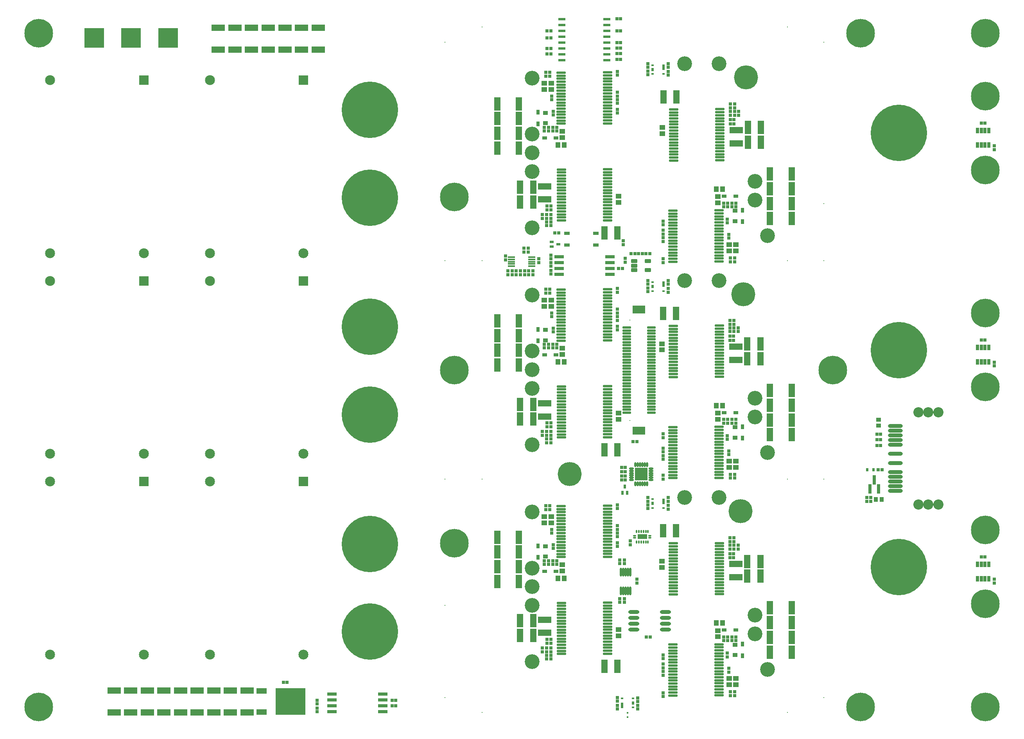
<source format=gts>
G04*
G04 #@! TF.GenerationSoftware,Altium Limited,Altium Designer,24.9.1 (31)*
G04*
G04 Layer_Color=8388736*
%FSLAX44Y44*%
%MOMM*%
G71*
G04*
G04 #@! TF.SameCoordinates,25B5EA7A-0A89-4A72-9C9E-8463CCD4450D*
G04*
G04*
G04 #@! TF.FilePolarity,Negative*
G04*
G01*
G75*
%ADD21R,0.6000X0.8000*%
%ADD24R,0.4500X0.4500*%
%ADD31R,1.2000X0.8000*%
%ADD40R,1.6500X0.6000*%
%ADD47R,0.5000X0.4000*%
%ADD48R,0.5000X0.7500*%
%ADD49R,0.5000X1.3000*%
%ADD53R,0.8032X2.1032*%
%ADD54R,0.9032X1.0532*%
%ADD55R,0.6532X0.6532*%
%ADD56R,0.6532X0.6532*%
%ADD57R,1.0532X0.9032*%
%ADD58O,3.2032X0.8032*%
%ADD59O,2.4032X0.8032*%
%ADD60R,0.6032X0.9532*%
%ADD61R,0.9532X0.6032*%
%ADD62O,1.5500X0.4000*%
%ADD63R,2.0032X0.8032*%
%ADD64R,1.4532X2.9032*%
%ADD65R,0.8032X1.0032*%
%ADD66R,1.0332X0.8332*%
%ADD67R,1.0032X0.8032*%
%ADD68R,2.9032X1.4532*%
%ADD69R,1.1532X1.0032*%
%ADD70R,1.0032X1.1532*%
G04:AMPARAMS|DCode=71|XSize=0.8532mm|YSize=1.4032mm|CornerRadius=0.1504mm|HoleSize=0mm|Usage=FLASHONLY|Rotation=90.000|XOffset=0mm|YOffset=0mm|HoleType=Round|Shape=RoundedRectangle|*
%AMROUNDEDRECTD71*
21,1,0.8532,1.1025,0,0,90.0*
21,1,0.5525,1.4032,0,0,90.0*
1,1,0.3007,0.5513,0.2763*
1,1,0.3007,0.5513,-0.2763*
1,1,0.3007,-0.5513,-0.2763*
1,1,0.3007,-0.5513,0.2763*
%
%ADD71ROUNDEDRECTD71*%
%ADD72O,0.5032X1.9032*%
G04:AMPARAMS|DCode=73|XSize=0.35mm|YSize=0.7mm|CornerRadius=0.1125mm|HoleSize=0mm|Usage=FLASHONLY|Rotation=180.000|XOffset=0mm|YOffset=0mm|HoleType=Round|Shape=RoundedRectangle|*
%AMROUNDEDRECTD73*
21,1,0.3500,0.4750,0,0,180.0*
21,1,0.1250,0.7000,0,0,180.0*
1,1,0.2250,-0.0625,0.2375*
1,1,0.2250,0.0625,0.2375*
1,1,0.2250,0.0625,-0.2375*
1,1,0.2250,-0.0625,-0.2375*
%
%ADD73ROUNDEDRECTD73*%
G04:AMPARAMS|DCode=74|XSize=0.35mm|YSize=0.7mm|CornerRadius=0.1125mm|HoleSize=0mm|Usage=FLASHONLY|Rotation=270.000|XOffset=0mm|YOffset=0mm|HoleType=Round|Shape=RoundedRectangle|*
%AMROUNDEDRECTD74*
21,1,0.3500,0.4750,0,0,270.0*
21,1,0.1250,0.7000,0,0,270.0*
1,1,0.2250,-0.2375,-0.0625*
1,1,0.2250,-0.2375,0.0625*
1,1,0.2250,0.2375,0.0625*
1,1,0.2250,0.2375,-0.0625*
%
%ADD74ROUNDEDRECTD74*%
%ADD75R,2.1000X1.1000*%
%ADD76O,0.4432X1.1032*%
%ADD77O,1.1032X0.4432*%
%ADD78R,2.7032X2.7032*%
G04:AMPARAMS|DCode=79|XSize=0.55mm|YSize=2mm|CornerRadius=0.1625mm|HoleSize=0mm|Usage=FLASHONLY|Rotation=90.000|XOffset=0mm|YOffset=0mm|HoleType=Round|Shape=RoundedRectangle|*
%AMROUNDEDRECTD79*
21,1,0.5500,1.6750,0,0,90.0*
21,1,0.2250,2.0000,0,0,90.0*
1,1,0.3250,0.8375,0.1125*
1,1,0.3250,0.8375,-0.1125*
1,1,0.3250,-0.8375,-0.1125*
1,1,0.3250,-0.8375,0.1125*
%
%ADD79ROUNDEDRECTD79*%
G04:AMPARAMS|DCode=80|XSize=0.45mm|YSize=1.9mm|CornerRadius=0.1375mm|HoleSize=0mm|Usage=FLASHONLY|Rotation=90.000|XOffset=0mm|YOffset=0mm|HoleType=Round|Shape=RoundedRectangle|*
%AMROUNDEDRECTD80*
21,1,0.4500,1.6250,0,0,90.0*
21,1,0.1750,1.9000,0,0,90.0*
1,1,0.2750,0.8125,0.0875*
1,1,0.2750,0.8125,-0.0875*
1,1,0.2750,-0.8125,-0.0875*
1,1,0.2750,-0.8125,0.0875*
%
%ADD80ROUNDEDRECTD80*%
%ADD81R,2.7000X1.7000*%
%ADD82R,2.2000X1.2000*%
%ADD83R,6.4000X5.8000*%
%ADD84C,5.2032*%
%ADD85R,0.7032X1.2032*%
%ADD86C,2.2032*%
%ADD87C,0.2032*%
%ADD88R,4.2032X4.2032*%
%ADD89C,6.2032*%
%ADD90C,12.2032*%
%ADD91C,3.2032*%
%ADD92R,2.1500X2.1500*%
%ADD93C,2.1500*%
D21*
X508000Y-216000D02*
D03*
X494000D02*
D03*
D24*
X-25000Y-751500D02*
D03*
Y-742500D02*
D03*
D31*
X-93500Y296700D02*
D03*
Y271300D02*
D03*
X-156500D02*
D03*
Y296700D02*
D03*
D40*
X-167000Y760800D02*
D03*
Y748100D02*
D03*
Y735400D02*
D03*
Y722700D02*
D03*
Y710000D02*
D03*
Y697300D02*
D03*
Y684600D02*
D03*
Y671900D02*
D03*
X-69500D02*
D03*
Y684600D02*
D03*
Y697300D02*
D03*
Y710000D02*
D03*
Y722700D02*
D03*
Y735400D02*
D03*
Y748100D02*
D03*
Y760800D02*
D03*
D47*
X-13000Y-730500D02*
D03*
Y-711500D02*
D03*
X-37000D02*
D03*
X29000Y660500D02*
D03*
Y641500D02*
D03*
X53000D02*
D03*
X29000Y190500D02*
D03*
Y171500D02*
D03*
X53000D02*
D03*
Y-298500D02*
D03*
X29000D02*
D03*
Y-279500D02*
D03*
D48*
X-13000Y-721000D02*
D03*
X29000Y651000D02*
D03*
Y181000D02*
D03*
Y-289000D02*
D03*
D49*
X-37000Y-726000D02*
D03*
X53000Y656000D02*
D03*
Y186000D02*
D03*
Y-284000D02*
D03*
D53*
X509400Y-237800D02*
D03*
X519000Y-257000D02*
D03*
X499800D02*
D03*
D54*
X512750Y-280000D02*
D03*
X525250D02*
D03*
D55*
X769000Y478000D02*
D03*
Y486000D02*
D03*
Y9000D02*
D03*
Y17000D02*
D03*
X769000Y-461000D02*
D03*
Y-453000D02*
D03*
X493000Y-284000D02*
D03*
Y-276000D02*
D03*
X502000Y-276000D02*
D03*
Y-284000D02*
D03*
X-230000Y207000D02*
D03*
Y215000D02*
D03*
X-239000Y215000D02*
D03*
Y207000D02*
D03*
X-266000Y207000D02*
D03*
Y215000D02*
D03*
X-275000Y215000D02*
D03*
Y207000D02*
D03*
X-248000Y207000D02*
D03*
Y215000D02*
D03*
X-257000Y215000D02*
D03*
Y207000D02*
D03*
X-289000Y239000D02*
D03*
Y247000D02*
D03*
X-217000Y241000D02*
D03*
Y233000D02*
D03*
X-249000Y256000D02*
D03*
Y264000D02*
D03*
X-191000Y249000D02*
D03*
Y241000D02*
D03*
X-240000Y256000D02*
D03*
Y264000D02*
D03*
X-284000Y207000D02*
D03*
Y215000D02*
D03*
X-34000Y272000D02*
D03*
Y280000D02*
D03*
X-30000Y242000D02*
D03*
Y234000D02*
D03*
X-191000Y216000D02*
D03*
Y208000D02*
D03*
Y233000D02*
D03*
Y225000D02*
D03*
X-200250Y313000D02*
D03*
Y321000D02*
D03*
Y337000D02*
D03*
Y329000D02*
D03*
X-209250Y337000D02*
D03*
Y329000D02*
D03*
X-178000Y518000D02*
D03*
Y526000D02*
D03*
X-196000D02*
D03*
Y518000D02*
D03*
X-191250Y321000D02*
D03*
Y313000D02*
D03*
Y329000D02*
D03*
Y337000D02*
D03*
X-202000Y645000D02*
D03*
Y637000D02*
D03*
X-193000Y645000D02*
D03*
Y637000D02*
D03*
X-189000Y594000D02*
D03*
Y586000D02*
D03*
X-186000Y553000D02*
D03*
Y561000D02*
D03*
X-187000Y518000D02*
D03*
Y526000D02*
D03*
X-205000Y518000D02*
D03*
Y526000D02*
D03*
X-200250Y-157000D02*
D03*
Y-149000D02*
D03*
Y-133000D02*
D03*
Y-141000D02*
D03*
X-209250Y-133000D02*
D03*
Y-141000D02*
D03*
X-178000Y48000D02*
D03*
Y56000D02*
D03*
X-196000Y48000D02*
D03*
Y56000D02*
D03*
X-191250Y-149000D02*
D03*
Y-157000D02*
D03*
Y-141000D02*
D03*
Y-133000D02*
D03*
X-202000Y175000D02*
D03*
Y167000D02*
D03*
X-193000Y175000D02*
D03*
Y167000D02*
D03*
X-189000Y124000D02*
D03*
Y116000D02*
D03*
X-186000Y83000D02*
D03*
Y91000D02*
D03*
X-187000Y48000D02*
D03*
Y56000D02*
D03*
X-205000Y48000D02*
D03*
Y56000D02*
D03*
X-47000Y565000D02*
D03*
Y557000D02*
D03*
Y95000D02*
D03*
Y87000D02*
D03*
Y-374000D02*
D03*
Y-382000D02*
D03*
X52000Y315000D02*
D03*
Y323000D02*
D03*
Y-146000D02*
D03*
Y-138000D02*
D03*
Y-625000D02*
D03*
Y-617000D02*
D03*
X-47000Y594000D02*
D03*
Y602000D02*
D03*
Y124000D02*
D03*
Y132000D02*
D03*
Y-345000D02*
D03*
Y-337000D02*
D03*
X52000Y287000D02*
D03*
Y279000D02*
D03*
Y-185000D02*
D03*
Y-193000D02*
D03*
Y-653000D02*
D03*
Y-661000D02*
D03*
X-3000Y-726000D02*
D03*
Y-734000D02*
D03*
X19000Y656000D02*
D03*
Y664000D02*
D03*
Y186000D02*
D03*
Y194000D02*
D03*
Y-276000D02*
D03*
Y-284000D02*
D03*
X-47000Y-734000D02*
D03*
Y-726000D02*
D03*
X63000Y664000D02*
D03*
Y656000D02*
D03*
Y194000D02*
D03*
Y186000D02*
D03*
Y-284000D02*
D03*
Y-276000D02*
D03*
X206750Y576498D02*
D03*
Y568498D02*
D03*
X205750Y107498D02*
D03*
Y99498D02*
D03*
X-200250Y-626000D02*
D03*
Y-618000D02*
D03*
X205750Y-371502D02*
D03*
Y-363502D02*
D03*
X206750Y552498D02*
D03*
Y560498D02*
D03*
X205750Y83498D02*
D03*
Y91498D02*
D03*
X-200250Y-602000D02*
D03*
Y-610000D02*
D03*
X205750Y-379502D02*
D03*
Y-387502D02*
D03*
X215750Y552498D02*
D03*
Y560498D02*
D03*
X214750Y83498D02*
D03*
Y91498D02*
D03*
X-209250Y-602000D02*
D03*
Y-610000D02*
D03*
X214750Y-379502D02*
D03*
Y-387502D02*
D03*
X-178000Y-421000D02*
D03*
Y-413000D02*
D03*
X183000Y362000D02*
D03*
Y354000D02*
D03*
Y-107000D02*
D03*
Y-115000D02*
D03*
Y-578000D02*
D03*
Y-586000D02*
D03*
X-196000Y-413000D02*
D03*
Y-421000D02*
D03*
X201000Y354000D02*
D03*
Y362000D02*
D03*
Y-107000D02*
D03*
Y-115000D02*
D03*
Y-578000D02*
D03*
Y-586000D02*
D03*
X-5000Y-461000D02*
D03*
Y-453000D02*
D03*
X-19000Y-370000D02*
D03*
Y-378000D02*
D03*
X-32000Y-495000D02*
D03*
Y-503000D02*
D03*
X-42000Y-495000D02*
D03*
Y-503000D02*
D03*
Y-419000D02*
D03*
Y-411000D02*
D03*
X-32000D02*
D03*
Y-419000D02*
D03*
X-3000Y-710000D02*
D03*
Y-718000D02*
D03*
X19000Y640000D02*
D03*
Y648000D02*
D03*
Y170000D02*
D03*
Y178000D02*
D03*
Y-292000D02*
D03*
Y-300000D02*
D03*
X-47000Y-709000D02*
D03*
Y-717000D02*
D03*
X63000Y639000D02*
D03*
Y647000D02*
D03*
Y169000D02*
D03*
Y177000D02*
D03*
Y-293000D02*
D03*
Y-301000D02*
D03*
X197750Y568498D02*
D03*
Y576498D02*
D03*
X196750Y99498D02*
D03*
Y107498D02*
D03*
X-191250Y-618000D02*
D03*
Y-626000D02*
D03*
X196750Y-363502D02*
D03*
Y-371502D02*
D03*
X197750Y560498D02*
D03*
Y552498D02*
D03*
X196750Y91498D02*
D03*
Y83498D02*
D03*
X-191250Y-610000D02*
D03*
Y-602000D02*
D03*
X196750Y-387502D02*
D03*
Y-379502D02*
D03*
X-202000Y-294000D02*
D03*
Y-302000D02*
D03*
X207000Y235000D02*
D03*
Y243000D02*
D03*
Y-234000D02*
D03*
Y-226000D02*
D03*
Y-705000D02*
D03*
Y-697000D02*
D03*
X-193000Y-294000D02*
D03*
Y-302000D02*
D03*
X198000Y235000D02*
D03*
Y243000D02*
D03*
Y-234000D02*
D03*
Y-226000D02*
D03*
Y-705000D02*
D03*
Y-697000D02*
D03*
X-47000Y639000D02*
D03*
Y647000D02*
D03*
Y177000D02*
D03*
Y169000D02*
D03*
Y-300000D02*
D03*
Y-292000D02*
D03*
X52000Y241000D02*
D03*
Y233000D02*
D03*
Y-236000D02*
D03*
Y-228000D02*
D03*
Y-707000D02*
D03*
Y-699000D02*
D03*
X-47000Y586000D02*
D03*
Y578000D02*
D03*
Y108000D02*
D03*
Y116000D02*
D03*
Y-353000D02*
D03*
Y-361000D02*
D03*
X52000Y295000D02*
D03*
Y303000D02*
D03*
Y-169000D02*
D03*
Y-177000D02*
D03*
Y-637000D02*
D03*
Y-645000D02*
D03*
X-189000Y-345000D02*
D03*
Y-353000D02*
D03*
X194000Y286000D02*
D03*
Y294000D02*
D03*
Y-183000D02*
D03*
Y-175000D02*
D03*
Y-654000D02*
D03*
Y-646000D02*
D03*
X-186000Y-386000D02*
D03*
Y-378000D02*
D03*
X191000Y327000D02*
D03*
Y319000D02*
D03*
Y-142000D02*
D03*
Y-150000D02*
D03*
Y-613000D02*
D03*
Y-621000D02*
D03*
X-187000Y-421000D02*
D03*
Y-413000D02*
D03*
X192000Y362000D02*
D03*
Y354000D02*
D03*
Y-107000D02*
D03*
Y-115000D02*
D03*
Y-578000D02*
D03*
Y-586000D02*
D03*
X-205000Y-421000D02*
D03*
Y-413000D02*
D03*
X210000Y362000D02*
D03*
Y354000D02*
D03*
Y-107000D02*
D03*
Y-115000D02*
D03*
Y-578000D02*
D03*
Y-586000D02*
D03*
X-697000Y-732000D02*
D03*
Y-740000D02*
D03*
Y-723000D02*
D03*
Y-715000D02*
D03*
D56*
X526000Y-216000D02*
D03*
X518000D02*
D03*
X515000Y-139000D02*
D03*
X523000D02*
D03*
X741000Y-405000D02*
D03*
X749000D02*
D03*
X515000Y-151000D02*
D03*
X523000D02*
D03*
X741000Y65000D02*
D03*
X749000D02*
D03*
X515000Y-163000D02*
D03*
X523000D02*
D03*
X741000Y535000D02*
D03*
X749000D02*
D03*
X24000Y-578000D02*
D03*
X16000D02*
D03*
X-36000Y220000D02*
D03*
X-44000D02*
D03*
X-182000Y297000D02*
D03*
X-174000D02*
D03*
X-191250Y347000D02*
D03*
X-199250D02*
D03*
X-191250Y356000D02*
D03*
X-199250D02*
D03*
X-191250Y-123000D02*
D03*
X-199250D02*
D03*
X-191250Y-114000D02*
D03*
X-199250D02*
D03*
X-9000Y252000D02*
D03*
X-17000D02*
D03*
X7000D02*
D03*
X-1000D02*
D03*
X15000D02*
D03*
X23000D02*
D03*
X-40000Y673000D02*
D03*
X-48000D02*
D03*
X-40000Y698000D02*
D03*
X-48000D02*
D03*
X-191000Y685000D02*
D03*
X-199000D02*
D03*
X-48000Y735000D02*
D03*
X-40000D02*
D03*
X-38000Y-211000D02*
D03*
X-30000D02*
D03*
X-38000Y-238000D02*
D03*
X-30000D02*
D03*
X-38000Y-229000D02*
D03*
X-30000D02*
D03*
X197750Y542498D02*
D03*
X205750D02*
D03*
X196750Y73498D02*
D03*
X204750D02*
D03*
X-191250Y-592000D02*
D03*
X-199250D02*
D03*
X204750Y-397502D02*
D03*
X196750D02*
D03*
X197750Y533498D02*
D03*
X205750D02*
D03*
X196750Y64498D02*
D03*
X204750D02*
D03*
X-191250Y-583000D02*
D03*
X-199250D02*
D03*
X204750Y-406502D02*
D03*
X196750D02*
D03*
X-5000Y-155000D02*
D03*
X-13000D02*
D03*
X-199000Y697000D02*
D03*
X-191000D02*
D03*
X-40000Y686000D02*
D03*
X-48000D02*
D03*
X-199000Y720000D02*
D03*
X-191000D02*
D03*
X-48000Y710000D02*
D03*
X-40000D02*
D03*
X-48000Y761000D02*
D03*
X-40000D02*
D03*
X-199000Y735000D02*
D03*
X-191000D02*
D03*
X-30000Y-220000D02*
D03*
X-38000D02*
D03*
X-527000Y-715000D02*
D03*
X-535000D02*
D03*
X-770000Y-676000D02*
D03*
X-762000D02*
D03*
X-527000Y-727000D02*
D03*
X-535000D02*
D03*
D57*
X519000Y-120250D02*
D03*
Y-107750D02*
D03*
D58*
X555000Y-131300D02*
D03*
Y-151300D02*
D03*
Y-231300D02*
D03*
Y-251300D02*
D03*
Y-121300D02*
D03*
Y-141300D02*
D03*
Y-161300D02*
D03*
Y-181300D02*
D03*
Y-201300D02*
D03*
Y-221300D02*
D03*
Y-241300D02*
D03*
Y-261300D02*
D03*
D59*
X57000Y-562050D02*
D03*
Y-549350D02*
D03*
Y-536650D02*
D03*
Y-523950D02*
D03*
X-11000Y-562050D02*
D03*
Y-549350D02*
D03*
Y-536650D02*
D03*
Y-523950D02*
D03*
D60*
X-31000Y-252000D02*
D03*
X-26000Y-266000D02*
D03*
X-36000D02*
D03*
D61*
X-175000Y273000D02*
D03*
X-189000Y268000D02*
D03*
Y278000D02*
D03*
D62*
X-232000Y245000D02*
D03*
Y240000D02*
D03*
Y235000D02*
D03*
Y230000D02*
D03*
Y225000D02*
D03*
X-276000D02*
D03*
Y230000D02*
D03*
Y235000D02*
D03*
Y240000D02*
D03*
Y245000D02*
D03*
D63*
X-63000Y207950D02*
D03*
X-173000D02*
D03*
Y220650D02*
D03*
X-63000D02*
D03*
Y233350D02*
D03*
Y246050D02*
D03*
X-173000D02*
D03*
Y233350D02*
D03*
X-555000Y-740050D02*
D03*
X-665000D02*
D03*
Y-727350D02*
D03*
X-555000D02*
D03*
Y-714650D02*
D03*
Y-701950D02*
D03*
X-665000D02*
D03*
Y-714650D02*
D03*
D64*
X-260000Y577000D02*
D03*
X-307000D02*
D03*
Y481000D02*
D03*
X-260000D02*
D03*
X-307000Y513000D02*
D03*
X-260000D02*
D03*
Y545000D02*
D03*
X-307000D02*
D03*
X-229000Y396000D02*
D03*
X-257500D02*
D03*
X-257500Y364000D02*
D03*
X-229000D02*
D03*
X-260000Y107000D02*
D03*
X-307000D02*
D03*
Y11000D02*
D03*
X-260000D02*
D03*
X-307000Y43000D02*
D03*
X-260000D02*
D03*
Y75000D02*
D03*
X-307000D02*
D03*
X-229000Y-74000D02*
D03*
X-257500D02*
D03*
X-257500Y-106000D02*
D03*
X-229000D02*
D03*
X-260000Y-362000D02*
D03*
X-307000D02*
D03*
X283500Y329000D02*
D03*
X330500D02*
D03*
X283500Y-140000D02*
D03*
X330500D02*
D03*
X283500Y-611000D02*
D03*
X330500D02*
D03*
X-307000Y-458000D02*
D03*
X-260000D02*
D03*
X330500Y425000D02*
D03*
X283500D02*
D03*
X330500Y-44000D02*
D03*
X283500D02*
D03*
X330500Y-515000D02*
D03*
X283500D02*
D03*
X-307000Y-426000D02*
D03*
X-260000D02*
D03*
X330500Y393000D02*
D03*
X283500D02*
D03*
X330500Y-76000D02*
D03*
X283500D02*
D03*
X330500Y-547000D02*
D03*
X283500D02*
D03*
X-260000Y-394000D02*
D03*
X-307000D02*
D03*
X283500Y361000D02*
D03*
X330500D02*
D03*
X283500Y-108000D02*
D03*
X330500D02*
D03*
X283500Y-579000D02*
D03*
X330500D02*
D03*
X235500Y493498D02*
D03*
X264000D02*
D03*
X234500Y24498D02*
D03*
X263000D02*
D03*
X-229000Y-543000D02*
D03*
X-257500D02*
D03*
X234500Y-446502D02*
D03*
X263000D02*
D03*
X-46750Y297000D02*
D03*
X-75250D02*
D03*
X52750Y592000D02*
D03*
X81250D02*
D03*
X-46750Y-173000D02*
D03*
X-75250D02*
D03*
X51750Y123000D02*
D03*
X80250D02*
D03*
X-46750Y-642000D02*
D03*
X-75250D02*
D03*
X51750Y-348000D02*
D03*
X80250D02*
D03*
X264000Y525498D02*
D03*
X235500D02*
D03*
X263000Y56498D02*
D03*
X234500D02*
D03*
X-257500Y-575000D02*
D03*
X-229000D02*
D03*
X263000Y-414502D02*
D03*
X234500D02*
D03*
D65*
X-219000Y558500D02*
D03*
Y533500D02*
D03*
Y63500D02*
D03*
Y88500D02*
D03*
Y-380500D02*
D03*
Y-405500D02*
D03*
X224000Y321500D02*
D03*
Y346500D02*
D03*
Y-122500D02*
D03*
Y-147500D02*
D03*
Y-593500D02*
D03*
Y-618500D02*
D03*
D66*
X-203000Y534850D02*
D03*
Y557150D02*
D03*
Y64850D02*
D03*
Y87150D02*
D03*
Y-404150D02*
D03*
Y-381850D02*
D03*
X208000Y345150D02*
D03*
Y322850D02*
D03*
Y-123850D02*
D03*
Y-146150D02*
D03*
Y-594850D02*
D03*
Y-617150D02*
D03*
D67*
X-179500Y503000D02*
D03*
X-204500D02*
D03*
X-179500Y33000D02*
D03*
X-204500D02*
D03*
X-179500Y-436000D02*
D03*
X-204500D02*
D03*
X184500Y377000D02*
D03*
X209500D02*
D03*
Y-92000D02*
D03*
X184500D02*
D03*
X209500Y-563000D02*
D03*
X184500D02*
D03*
D68*
X-204250Y398250D02*
D03*
Y369750D02*
D03*
Y-71750D02*
D03*
Y-100250D02*
D03*
X210750Y491248D02*
D03*
Y519748D02*
D03*
X209750Y22248D02*
D03*
Y50748D02*
D03*
X-204250Y-540750D02*
D03*
Y-569250D02*
D03*
X209750Y-448752D02*
D03*
Y-420252D02*
D03*
X-1137000Y-741500D02*
D03*
Y-694500D02*
D03*
X-1101000Y-741500D02*
D03*
Y-694500D02*
D03*
X-921000Y-741500D02*
D03*
Y-694500D02*
D03*
X-957000D02*
D03*
Y-741500D02*
D03*
X-993000D02*
D03*
Y-694500D02*
D03*
X-1029000D02*
D03*
Y-741500D02*
D03*
X-1065000D02*
D03*
Y-694500D02*
D03*
X-849000Y-741500D02*
D03*
Y-694500D02*
D03*
X-885000D02*
D03*
Y-741500D02*
D03*
X-695000Y741500D02*
D03*
Y694500D02*
D03*
X-731000D02*
D03*
Y741500D02*
D03*
X-767000D02*
D03*
Y694500D02*
D03*
X-803000D02*
D03*
Y741500D02*
D03*
X-839000D02*
D03*
Y694500D02*
D03*
X-875000D02*
D03*
Y741500D02*
D03*
X-911000D02*
D03*
Y694500D02*
D03*
D69*
X-205000Y608250D02*
D03*
Y621750D02*
D03*
X-190000Y608250D02*
D03*
Y621750D02*
D03*
X-166000Y504250D02*
D03*
Y517750D02*
D03*
X-205000Y138250D02*
D03*
Y151750D02*
D03*
X-190000Y138250D02*
D03*
Y151750D02*
D03*
X-166000Y34250D02*
D03*
Y47750D02*
D03*
X-44250Y363250D02*
D03*
Y376750D02*
D03*
X50750Y526248D02*
D03*
Y512748D02*
D03*
X-44250Y-106750D02*
D03*
Y-93250D02*
D03*
X49750Y57248D02*
D03*
Y43748D02*
D03*
X-44250Y-575750D02*
D03*
Y-562250D02*
D03*
X49750Y-413752D02*
D03*
Y-427252D02*
D03*
X-205000Y-330750D02*
D03*
Y-317250D02*
D03*
X210000Y271750D02*
D03*
Y258250D02*
D03*
Y-197250D02*
D03*
Y-210750D02*
D03*
Y-668250D02*
D03*
Y-681750D02*
D03*
X-190000Y-330750D02*
D03*
Y-317250D02*
D03*
X195000Y271750D02*
D03*
Y258250D02*
D03*
Y-197250D02*
D03*
Y-210750D02*
D03*
Y-668250D02*
D03*
Y-681750D02*
D03*
X-166000Y-434750D02*
D03*
Y-421250D02*
D03*
X171000Y375750D02*
D03*
Y362250D02*
D03*
Y-93250D02*
D03*
Y-106750D02*
D03*
Y-564250D02*
D03*
Y-577750D02*
D03*
D70*
X-175750Y488000D02*
D03*
X-162250D02*
D03*
X-175750Y18000D02*
D03*
X-162250D02*
D03*
X-175750Y-451000D02*
D03*
X-162250D02*
D03*
X180750Y392000D02*
D03*
X167250D02*
D03*
X180750Y-77000D02*
D03*
X167250D02*
D03*
X180750Y-548000D02*
D03*
X167250D02*
D03*
D71*
X-10500Y236000D02*
D03*
Y226500D02*
D03*
Y217000D02*
D03*
X19000D02*
D03*
Y236000D02*
D03*
D72*
X-39000Y-478500D02*
D03*
X-34000D02*
D03*
X-29000D02*
D03*
X-24000D02*
D03*
X-19000D02*
D03*
X-39000Y-437500D02*
D03*
X-34000D02*
D03*
X-29000D02*
D03*
X-24000D02*
D03*
X-19000D02*
D03*
D73*
X-5500Y-372500D02*
D03*
X-500D02*
D03*
X4500D02*
D03*
X9500D02*
D03*
X14500D02*
D03*
X19500D02*
D03*
Y-349500D02*
D03*
X14500D02*
D03*
X9500D02*
D03*
X4500D02*
D03*
X-500D02*
D03*
X-5500D02*
D03*
D74*
X23500Y-363500D02*
D03*
Y-358500D02*
D03*
X-9500Y-363500D02*
D03*
Y-358500D02*
D03*
D75*
X7000Y-361000D02*
D03*
D76*
X-8000Y-246500D02*
D03*
X-3000D02*
D03*
X2000D02*
D03*
X7000D02*
D03*
X12000D02*
D03*
X17000D02*
D03*
Y-204500D02*
D03*
X12000D02*
D03*
X7000D02*
D03*
X2000D02*
D03*
X-3000D02*
D03*
X-8000D02*
D03*
D77*
X25500Y-238000D02*
D03*
Y-233000D02*
D03*
Y-228000D02*
D03*
Y-223000D02*
D03*
Y-218000D02*
D03*
Y-213000D02*
D03*
X-16500Y-223000D02*
D03*
Y-213000D02*
D03*
Y-218000D02*
D03*
Y-238000D02*
D03*
Y-233000D02*
D03*
Y-228000D02*
D03*
D78*
X4500Y-225500D02*
D03*
D79*
X-68250Y324749D02*
D03*
Y331249D02*
D03*
Y337749D02*
D03*
Y344249D02*
D03*
Y350750D02*
D03*
Y357250D02*
D03*
Y363750D02*
D03*
Y370250D02*
D03*
Y376750D02*
D03*
Y383250D02*
D03*
Y389750D02*
D03*
Y396250D02*
D03*
Y402751D02*
D03*
Y409251D02*
D03*
Y415751D02*
D03*
Y422251D02*
D03*
Y428751D02*
D03*
Y435251D02*
D03*
X-168250Y434750D02*
D03*
Y428250D02*
D03*
Y421750D02*
D03*
Y415250D02*
D03*
Y408750D02*
D03*
Y402249D02*
D03*
Y395749D02*
D03*
Y389249D02*
D03*
Y382749D02*
D03*
Y376249D02*
D03*
Y369749D02*
D03*
Y363249D02*
D03*
Y356749D02*
D03*
Y350249D02*
D03*
Y343748D02*
D03*
Y337248D02*
D03*
Y330748D02*
D03*
Y324248D02*
D03*
X174750Y565250D02*
D03*
Y558750D02*
D03*
Y552250D02*
D03*
Y545750D02*
D03*
Y539249D02*
D03*
Y532749D02*
D03*
Y526249D02*
D03*
Y519749D02*
D03*
Y513249D02*
D03*
Y506749D02*
D03*
Y500249D02*
D03*
Y493749D02*
D03*
Y487249D02*
D03*
Y480748D02*
D03*
Y474248D02*
D03*
Y467748D02*
D03*
Y461248D02*
D03*
Y454748D02*
D03*
X74750Y454247D02*
D03*
Y460747D02*
D03*
Y467247D02*
D03*
Y473747D02*
D03*
Y480247D02*
D03*
Y486748D02*
D03*
Y493248D02*
D03*
Y499748D02*
D03*
Y506248D02*
D03*
Y512748D02*
D03*
Y519248D02*
D03*
Y525748D02*
D03*
Y532248D02*
D03*
Y538749D02*
D03*
Y545249D02*
D03*
Y551749D02*
D03*
Y558249D02*
D03*
Y564749D02*
D03*
X-168250Y-145752D02*
D03*
Y-139252D02*
D03*
Y-132752D02*
D03*
Y-126252D02*
D03*
Y-119751D02*
D03*
Y-113251D02*
D03*
Y-106751D02*
D03*
Y-100251D02*
D03*
Y-93751D02*
D03*
Y-87251D02*
D03*
Y-80751D02*
D03*
Y-74251D02*
D03*
Y-67751D02*
D03*
Y-61250D02*
D03*
Y-54750D02*
D03*
Y-48250D02*
D03*
Y-41750D02*
D03*
Y-35250D02*
D03*
X-68250Y-34749D02*
D03*
Y-41249D02*
D03*
Y-47749D02*
D03*
Y-54249D02*
D03*
Y-60749D02*
D03*
Y-67249D02*
D03*
Y-73750D02*
D03*
Y-80250D02*
D03*
Y-86750D02*
D03*
Y-93250D02*
D03*
Y-99750D02*
D03*
Y-106250D02*
D03*
Y-112750D02*
D03*
Y-119250D02*
D03*
Y-125751D02*
D03*
Y-132251D02*
D03*
Y-138751D02*
D03*
Y-145251D02*
D03*
X173750Y96250D02*
D03*
Y89750D02*
D03*
Y83250D02*
D03*
Y76750D02*
D03*
Y70250D02*
D03*
Y63749D02*
D03*
Y57249D02*
D03*
Y50749D02*
D03*
Y44249D02*
D03*
Y37749D02*
D03*
Y31249D02*
D03*
Y24749D02*
D03*
Y18249D02*
D03*
Y11748D02*
D03*
Y5248D02*
D03*
Y-1252D02*
D03*
Y-7752D02*
D03*
Y-14252D02*
D03*
X73750Y-14753D02*
D03*
Y-8253D02*
D03*
Y-1753D02*
D03*
Y4747D02*
D03*
Y11248D02*
D03*
Y17748D02*
D03*
Y24248D02*
D03*
Y30748D02*
D03*
Y37248D02*
D03*
Y43748D02*
D03*
Y50248D02*
D03*
Y56748D02*
D03*
Y63248D02*
D03*
Y69749D02*
D03*
Y76249D02*
D03*
Y82749D02*
D03*
Y89249D02*
D03*
Y95749D02*
D03*
X-168250Y-614752D02*
D03*
Y-608252D02*
D03*
Y-601752D02*
D03*
Y-595252D02*
D03*
Y-588751D02*
D03*
Y-582251D02*
D03*
Y-575751D02*
D03*
Y-569251D02*
D03*
Y-562751D02*
D03*
Y-556251D02*
D03*
Y-549751D02*
D03*
Y-543251D02*
D03*
Y-536750D02*
D03*
Y-530250D02*
D03*
Y-523750D02*
D03*
Y-517250D02*
D03*
Y-510750D02*
D03*
Y-504250D02*
D03*
X-68250Y-503749D02*
D03*
Y-510249D02*
D03*
Y-516749D02*
D03*
Y-523249D02*
D03*
Y-529749D02*
D03*
Y-536250D02*
D03*
Y-542750D02*
D03*
Y-549250D02*
D03*
Y-555750D02*
D03*
Y-562250D02*
D03*
Y-568750D02*
D03*
Y-575250D02*
D03*
Y-581750D02*
D03*
Y-588250D02*
D03*
Y-594751D02*
D03*
Y-601251D02*
D03*
Y-607751D02*
D03*
Y-614251D02*
D03*
X73750Y-375251D02*
D03*
Y-381751D02*
D03*
Y-388251D02*
D03*
Y-394751D02*
D03*
Y-401251D02*
D03*
Y-407752D02*
D03*
Y-414252D02*
D03*
Y-420752D02*
D03*
Y-427252D02*
D03*
Y-433752D02*
D03*
Y-440252D02*
D03*
Y-446752D02*
D03*
Y-453252D02*
D03*
Y-459753D02*
D03*
Y-466253D02*
D03*
Y-472753D02*
D03*
Y-479253D02*
D03*
Y-485753D02*
D03*
X173750Y-485252D02*
D03*
Y-478752D02*
D03*
Y-472252D02*
D03*
Y-465752D02*
D03*
Y-459252D02*
D03*
Y-452751D02*
D03*
Y-446251D02*
D03*
Y-439751D02*
D03*
Y-433251D02*
D03*
Y-426751D02*
D03*
Y-420251D02*
D03*
Y-413751D02*
D03*
Y-407251D02*
D03*
Y-400751D02*
D03*
Y-394250D02*
D03*
Y-387750D02*
D03*
Y-381250D02*
D03*
Y-374750D02*
D03*
X-168500Y534000D02*
D03*
Y540500D02*
D03*
Y547000D02*
D03*
Y553500D02*
D03*
Y560000D02*
D03*
Y566501D02*
D03*
Y573001D02*
D03*
Y579501D02*
D03*
Y586001D02*
D03*
Y592501D02*
D03*
Y599001D02*
D03*
Y605501D02*
D03*
Y612001D02*
D03*
Y618502D02*
D03*
Y625002D02*
D03*
Y631502D02*
D03*
Y638002D02*
D03*
Y644502D02*
D03*
X-68500Y645003D02*
D03*
Y638503D02*
D03*
Y632003D02*
D03*
Y625503D02*
D03*
Y619002D02*
D03*
Y612502D02*
D03*
Y606002D02*
D03*
Y599502D02*
D03*
Y593002D02*
D03*
Y586502D02*
D03*
Y580002D02*
D03*
Y573502D02*
D03*
Y567002D02*
D03*
Y560502D02*
D03*
Y554001D02*
D03*
Y547501D02*
D03*
Y541001D02*
D03*
Y534501D02*
D03*
Y64501D02*
D03*
Y71001D02*
D03*
Y77501D02*
D03*
Y84001D02*
D03*
Y90501D02*
D03*
Y97002D02*
D03*
Y103502D02*
D03*
Y110002D02*
D03*
Y116502D02*
D03*
Y123002D02*
D03*
Y129502D02*
D03*
Y136002D02*
D03*
Y142502D02*
D03*
Y149003D02*
D03*
Y155503D02*
D03*
Y162003D02*
D03*
Y168503D02*
D03*
Y175003D02*
D03*
X-168500Y174502D02*
D03*
Y168002D02*
D03*
Y161502D02*
D03*
Y155002D02*
D03*
Y148502D02*
D03*
Y142001D02*
D03*
Y135501D02*
D03*
Y129001D02*
D03*
Y122501D02*
D03*
Y116001D02*
D03*
Y109501D02*
D03*
Y103001D02*
D03*
Y96501D02*
D03*
Y90000D02*
D03*
Y83500D02*
D03*
Y77000D02*
D03*
Y70500D02*
D03*
Y64000D02*
D03*
X-68500Y-404499D02*
D03*
Y-397999D02*
D03*
Y-391499D02*
D03*
Y-384999D02*
D03*
Y-378498D02*
D03*
Y-371998D02*
D03*
Y-365498D02*
D03*
Y-358998D02*
D03*
Y-352498D02*
D03*
Y-345998D02*
D03*
Y-339498D02*
D03*
Y-332998D02*
D03*
Y-326498D02*
D03*
Y-319998D02*
D03*
Y-313497D02*
D03*
Y-306997D02*
D03*
Y-300497D02*
D03*
Y-293997D02*
D03*
X-168500Y-294498D02*
D03*
Y-300998D02*
D03*
Y-307498D02*
D03*
Y-313998D02*
D03*
Y-320499D02*
D03*
Y-326999D02*
D03*
Y-333499D02*
D03*
Y-339999D02*
D03*
Y-346499D02*
D03*
Y-352999D02*
D03*
Y-359499D02*
D03*
Y-365999D02*
D03*
Y-372499D02*
D03*
Y-378999D02*
D03*
Y-385500D02*
D03*
Y-392000D02*
D03*
Y-398500D02*
D03*
Y-405000D02*
D03*
X173500Y346000D02*
D03*
Y339500D02*
D03*
Y333000D02*
D03*
Y326500D02*
D03*
Y320000D02*
D03*
Y313499D02*
D03*
Y306999D02*
D03*
Y300499D02*
D03*
Y293999D02*
D03*
Y287499D02*
D03*
Y280999D02*
D03*
Y274499D02*
D03*
Y267999D02*
D03*
Y261499D02*
D03*
Y254998D02*
D03*
Y248498D02*
D03*
Y241998D02*
D03*
Y235498D02*
D03*
X73500Y234997D02*
D03*
Y241497D02*
D03*
Y247997D02*
D03*
Y254497D02*
D03*
Y260998D02*
D03*
Y267498D02*
D03*
Y273998D02*
D03*
Y280498D02*
D03*
Y286998D02*
D03*
Y293498D02*
D03*
Y299998D02*
D03*
Y306498D02*
D03*
Y312998D02*
D03*
Y319499D02*
D03*
Y325999D02*
D03*
Y332499D02*
D03*
Y338999D02*
D03*
Y345499D02*
D03*
Y-123501D02*
D03*
Y-130001D02*
D03*
Y-136501D02*
D03*
Y-143001D02*
D03*
Y-149501D02*
D03*
Y-156002D02*
D03*
Y-162502D02*
D03*
Y-169002D02*
D03*
Y-175502D02*
D03*
Y-182002D02*
D03*
Y-188502D02*
D03*
Y-195002D02*
D03*
Y-201502D02*
D03*
Y-208002D02*
D03*
Y-214503D02*
D03*
Y-221003D02*
D03*
Y-227503D02*
D03*
Y-234003D02*
D03*
X173500Y-233502D02*
D03*
Y-227002D02*
D03*
Y-220502D02*
D03*
Y-214002D02*
D03*
Y-207502D02*
D03*
Y-201001D02*
D03*
Y-194501D02*
D03*
Y-188001D02*
D03*
Y-181501D02*
D03*
Y-175001D02*
D03*
Y-168501D02*
D03*
Y-162001D02*
D03*
Y-155501D02*
D03*
Y-149000D02*
D03*
Y-142500D02*
D03*
Y-136000D02*
D03*
Y-129500D02*
D03*
Y-123000D02*
D03*
X73500Y-594501D02*
D03*
Y-601001D02*
D03*
Y-607501D02*
D03*
Y-614001D02*
D03*
Y-620502D02*
D03*
Y-627002D02*
D03*
Y-633502D02*
D03*
Y-640002D02*
D03*
Y-646502D02*
D03*
Y-653002D02*
D03*
Y-659502D02*
D03*
Y-666002D02*
D03*
Y-672502D02*
D03*
Y-679003D02*
D03*
Y-685503D02*
D03*
Y-692003D02*
D03*
Y-698503D02*
D03*
Y-705003D02*
D03*
X173500Y-704502D02*
D03*
Y-698002D02*
D03*
Y-691502D02*
D03*
Y-685002D02*
D03*
Y-678502D02*
D03*
Y-672001D02*
D03*
Y-665501D02*
D03*
Y-659001D02*
D03*
Y-652501D02*
D03*
Y-646001D02*
D03*
Y-639501D02*
D03*
Y-633001D02*
D03*
Y-626501D02*
D03*
Y-620000D02*
D03*
Y-613500D02*
D03*
Y-607000D02*
D03*
Y-600500D02*
D03*
Y-594000D02*
D03*
D80*
X-26500Y92075D02*
D03*
Y85725D02*
D03*
Y79375D02*
D03*
Y73025D02*
D03*
Y66675D02*
D03*
Y60325D02*
D03*
Y53975D02*
D03*
Y47625D02*
D03*
Y41275D02*
D03*
Y34925D02*
D03*
Y28575D02*
D03*
Y22225D02*
D03*
Y15875D02*
D03*
Y9525D02*
D03*
Y3175D02*
D03*
Y-3175D02*
D03*
Y-9525D02*
D03*
Y-15875D02*
D03*
Y-22225D02*
D03*
Y-28575D02*
D03*
Y-34925D02*
D03*
Y-41275D02*
D03*
Y-47625D02*
D03*
Y-53975D02*
D03*
Y-60325D02*
D03*
Y-66675D02*
D03*
Y-73025D02*
D03*
Y-79375D02*
D03*
Y-85725D02*
D03*
Y-92075D02*
D03*
X26500Y92075D02*
D03*
Y85725D02*
D03*
Y79375D02*
D03*
Y73025D02*
D03*
Y66675D02*
D03*
Y60325D02*
D03*
Y53975D02*
D03*
Y47625D02*
D03*
Y41275D02*
D03*
Y34925D02*
D03*
Y28575D02*
D03*
Y22225D02*
D03*
Y15875D02*
D03*
Y9525D02*
D03*
Y3175D02*
D03*
Y-3175D02*
D03*
Y-9525D02*
D03*
Y-15875D02*
D03*
Y-22225D02*
D03*
Y-28575D02*
D03*
Y-34925D02*
D03*
Y-41275D02*
D03*
Y-47625D02*
D03*
Y-53975D02*
D03*
Y-60325D02*
D03*
Y-66675D02*
D03*
Y-73025D02*
D03*
Y-79375D02*
D03*
Y-85725D02*
D03*
Y-92075D02*
D03*
D81*
X-0Y131350D02*
D03*
Y-131350D02*
D03*
D82*
X-817800Y-695200D02*
D03*
Y-740800D02*
D03*
D83*
X-754800Y-718000D02*
D03*
D84*
X232000Y634200D02*
D03*
X226000Y164200D02*
D03*
X220000Y-305800D02*
D03*
X-150000Y-225000D02*
D03*
D85*
X741000Y-420800D02*
D03*
X757000Y-451800D02*
D03*
X733000D02*
D03*
X741000D02*
D03*
X749000D02*
D03*
X757000Y-420800D02*
D03*
X749000D02*
D03*
X733000D02*
D03*
X741000Y49200D02*
D03*
X757000Y18200D02*
D03*
X733000D02*
D03*
X741000D02*
D03*
X749000D02*
D03*
X757000Y49200D02*
D03*
X749000D02*
D03*
X733000D02*
D03*
X741000Y519200D02*
D03*
X757000Y488200D02*
D03*
X733000D02*
D03*
X741000D02*
D03*
X749000D02*
D03*
X757000Y519200D02*
D03*
X749000D02*
D03*
X733000D02*
D03*
D86*
X605000Y-291300D02*
D03*
X626500D02*
D03*
X605000Y-91300D02*
D03*
X626500D02*
D03*
X648000D02*
D03*
Y-291300D02*
D03*
D87*
X-20000Y-108775D02*
D03*
Y108770D02*
D03*
X-420000Y-509300D02*
D03*
X-340000Y743200D02*
D03*
Y237200D02*
D03*
X321000D02*
D03*
X-340000Y-235800D02*
D03*
Y-741800D02*
D03*
X321000D02*
D03*
Y-235800D02*
D03*
Y743200D02*
D03*
X400000Y360700D02*
D03*
X-420000Y-709300D02*
D03*
X400000D02*
D03*
X-420000Y-236000D02*
D03*
X400000D02*
D03*
X-420000Y237400D02*
D03*
X400000D02*
D03*
X-420000Y710700D02*
D03*
X400000D02*
D03*
D88*
X-1180000Y720000D02*
D03*
X-1100000D02*
D03*
X-1020000D02*
D03*
D89*
X480000Y-730000D02*
D03*
Y730000D02*
D03*
X750000Y593700D02*
D03*
Y433700D02*
D03*
Y-36300D02*
D03*
Y123700D02*
D03*
Y-346300D02*
D03*
Y-506300D02*
D03*
Y-730000D02*
D03*
Y730000D02*
D03*
X-1300000Y-730000D02*
D03*
Y730000D02*
D03*
X420000Y0D02*
D03*
X-400000D02*
D03*
Y-375000D02*
D03*
Y375000D02*
D03*
D90*
X562500Y513700D02*
D03*
Y43700D02*
D03*
Y-426300D02*
D03*
X-582500Y563700D02*
D03*
Y373700D02*
D03*
Y93700D02*
D03*
Y-96300D02*
D03*
Y-376300D02*
D03*
Y-566300D02*
D03*
D91*
X98500Y664200D02*
D03*
X173500D02*
D03*
X251500Y409200D02*
D03*
Y368700D02*
D03*
X278500Y291200D02*
D03*
X98500Y194200D02*
D03*
X173500D02*
D03*
X251500Y-60800D02*
D03*
Y-101300D02*
D03*
X278500Y-178800D02*
D03*
X98500Y-275800D02*
D03*
X173500D02*
D03*
X278500Y-648800D02*
D03*
X251500Y-530800D02*
D03*
Y-571300D02*
D03*
X-231500Y632700D02*
D03*
Y-39800D02*
D03*
Y41200D02*
D03*
Y470700D02*
D03*
Y511200D02*
D03*
Y430200D02*
D03*
Y308700D02*
D03*
Y162700D02*
D03*
Y-428800D02*
D03*
Y-469300D02*
D03*
Y700D02*
D03*
Y-161300D02*
D03*
Y-631300D02*
D03*
Y-307300D02*
D03*
Y-509800D02*
D03*
D92*
X-1072500Y-241500D02*
D03*
X-726500D02*
D03*
X-1072500Y193500D02*
D03*
X-726500D02*
D03*
X-1072500Y628500D02*
D03*
X-726500D02*
D03*
D93*
X-1072500Y-616500D02*
D03*
X-1275500Y-241500D02*
D03*
Y-616500D02*
D03*
X-726500D02*
D03*
X-929500Y-241500D02*
D03*
Y-616500D02*
D03*
X-1072500Y-181500D02*
D03*
X-1275500Y193500D02*
D03*
Y-181500D02*
D03*
X-726500D02*
D03*
X-929500Y193500D02*
D03*
Y-181500D02*
D03*
X-1072500Y253500D02*
D03*
X-1275500Y628500D02*
D03*
Y253500D02*
D03*
X-726500D02*
D03*
X-929500Y628500D02*
D03*
Y253500D02*
D03*
M02*

</source>
